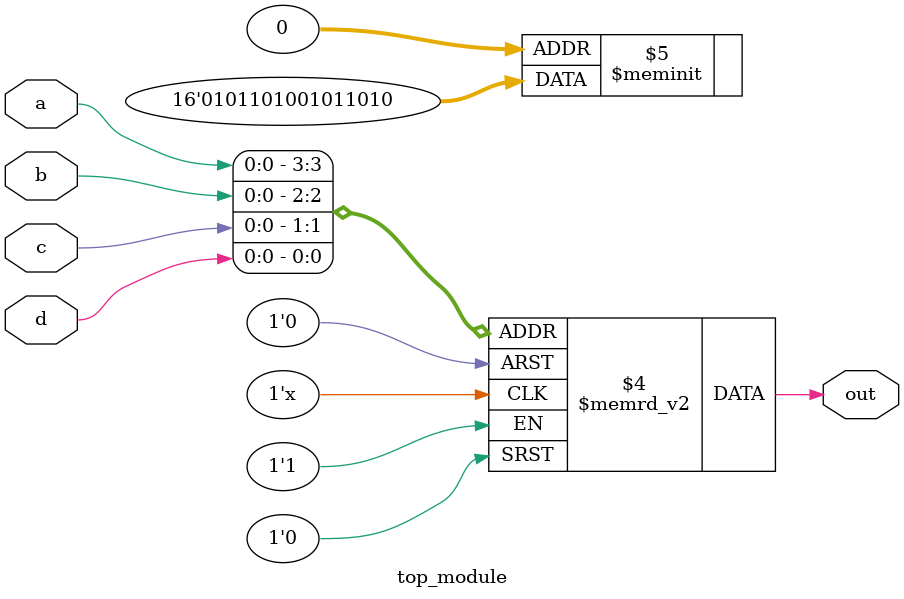
<source format=sv>
module top_module (
	input a, 
	input b,
	input c,
	input d,
	output reg out
);

	always @(a, b, c, d) begin
		case({a, b, c, d})
			4'b0000: out = 0;
			4'b0001: out = 1;
			4'b0010: out = 0;
			4'b0011: out = 1;
			4'b0100: out = 1;
			4'b0101: out = 0;
			4'b0110: out = 1;
			4'b0111: out = 0;
			4'b1000: out = 0;
			4'b1001: out = 1;
			4'b1010: out = 0;
			4'b1011: out = 1;
			4'b1100: out = 1;
			4'b1101: out = 0;
			4'b1110: out = 1;
			4'b1111: out = 0;
		endcase
	end

endmodule

</source>
